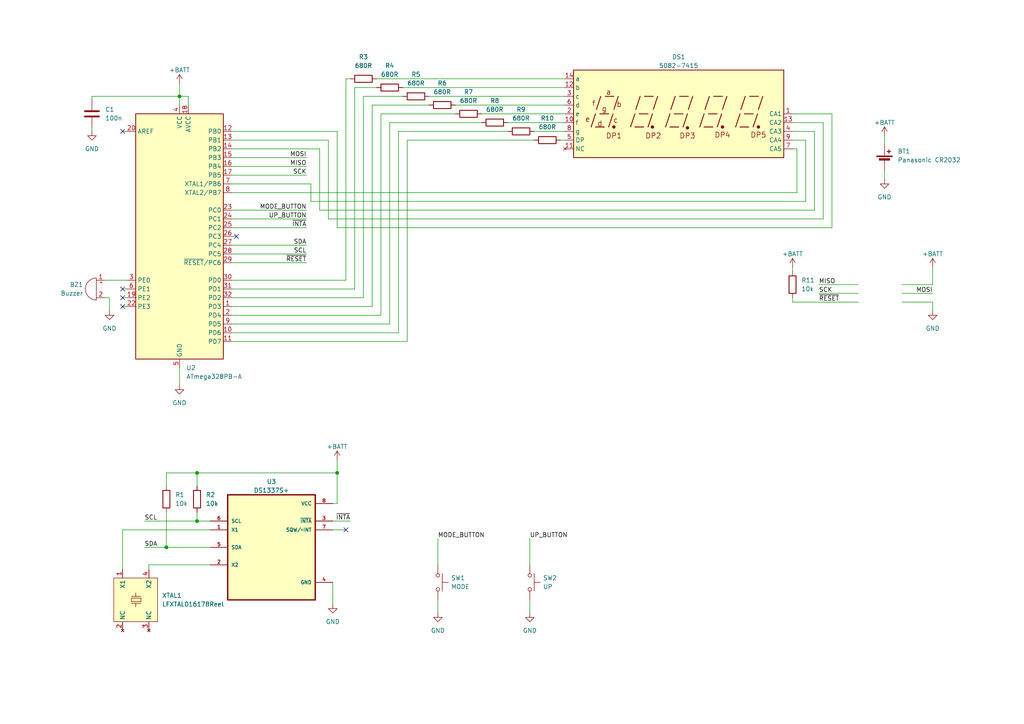
<source format=kicad_sch>
(kicad_sch (version 20230121) (generator eeschema)
  (paper "A4")
  (title_block (title "Retro Bubble LED Watch") (date "2023-07-21") (rev "1.0") (company "Szymon Bartosik") (comment 3 "All capacitors are 10% MLCC X5R  0603 type unless otherwise specified.") (comment 4 "All resistors are 5% 0603 type unless otherwise specified."))
  (lib_symbols
    (symbol "5082-7415:5082-7415"
      (property "Reference" "DS" (at -1.27 16.51 0))
      (property "Value" "5082-7415" (at -1.27 13.97 0))
      (symbol "5082-7415_0_0"
        (rectangle (start -31.75 12.7) (end 29.21 -12.7) (stroke (width 0.254)) (fill (type background)))
        (polyline (pts (xy -26.67 -3.81) (xy -25.4 0)) (stroke (width 0.254)))
        (polyline (pts (xy -25.4 -3.81) (xy -22.86 -3.81)) (stroke (width 0.254)))
        (polyline (pts (xy -25.146 1.27) (xy -23.876 5.08)) (stroke (width 0.254)))
        (polyline (pts (xy -24.13 0) (xy -21.59 0)) (stroke (width 0.254)))
        (polyline (pts (xy -22.606 5.08) (xy -20.066 5.08)) (stroke (width 0.254)))
        (polyline (pts (xy -21.59 -3.81) (xy -20.32 0)) (stroke (width 0.254)))
        (polyline (pts (xy -20.066 1.27) (xy -18.796 5.08)) (stroke (width 0.254)))
        (polyline (pts (xy -15.24 -3.81) (xy -13.97 0)) (stroke (width 0.254)))
        (polyline (pts (xy -13.97 -3.81) (xy -11.43 -3.81)) (stroke (width 0.254)))
        (polyline (pts (xy -13.716 1.27) (xy -12.446 5.08)) (stroke (width 0.254)))
        (polyline (pts (xy -12.7 0) (xy -10.16 0)) (stroke (width 0.254)))
        (polyline (pts (xy -11.176 5.08) (xy -8.636 5.08)) (stroke (width 0.254)))
        (polyline (pts (xy -10.16 -3.81) (xy -8.89 0)) (stroke (width 0.254)))
        (polyline (pts (xy -8.636 1.27) (xy -7.366 5.08)) (stroke (width 0.254)))
        (polyline (pts (xy -5.08 -3.81) (xy -3.81 0)) (stroke (width 0.254)))
        (polyline (pts (xy -3.81 -3.81) (xy -1.27 -3.81)) (stroke (width 0.254)))
        (polyline (pts (xy -3.556 1.27) (xy -2.286 5.08)) (stroke (width 0.254)))
        (polyline (pts (xy -2.54 0) (xy 0 0)) (stroke (width 0.254)))
        (polyline (pts (xy -1.016 5.08) (xy 1.524 5.08)) (stroke (width 0.254)))
        (polyline (pts (xy 0 -3.81) (xy 1.27 0)) (stroke (width 0.254)))
        (polyline (pts (xy 1.524 1.27) (xy 2.794 5.08)) (stroke (width 0.254)))
        (polyline (pts (xy 4.826 -3.81) (xy 6.096 0)) (stroke (width 0.254)))
        (polyline (pts (xy 6.096 -3.81) (xy 8.636 -3.81)) (stroke (width 0.254)))
        (polyline (pts (xy 6.35 1.27) (xy 7.62 5.08)) (stroke (width 0.254)))
        (polyline (pts (xy 7.366 0) (xy 9.906 0)) (stroke (width 0.254)))
        (polyline (pts (xy 8.89 5.08) (xy 11.43 5.08)) (stroke (width 0.254)))
        (polyline (pts (xy 9.906 -3.81) (xy 11.176 0)) (stroke (width 0.254)))
        (polyline (pts (xy 11.43 1.27) (xy 12.7 5.08)) (stroke (width 0.254)))
        (polyline (pts (xy 15.24 -3.81) (xy 16.51 0)) (stroke (width 0.254)))
        (polyline (pts (xy 16.51 -3.81) (xy 19.05 -3.81)) (stroke (width 0.254)))
        (polyline (pts (xy 16.764 1.27) (xy 18.034 5.08)) (stroke (width 0.254)))
        (polyline (pts (xy 17.78 0) (xy 20.32 0)) (stroke (width 0.254)))
        (polyline (pts (xy 19.304 5.08) (xy 21.844 5.08)) (stroke (width 0.254)))
        (polyline (pts (xy 20.32 -3.81) (xy 21.59 0)) (stroke (width 0.254)))
        (polyline (pts (xy 21.844 1.27) (xy 23.114 5.08)) (stroke (width 0.254)))
        (text "a" (at -21.59 6.35 0) (effects (font (size 1.524 1.524))))
        (text "b" (at -18.542 2.794 0) (effects (font (size 1.524 1.524))))
        (text "c" (at -19.558 -1.778 0) (effects (font (size 1.524 1.524))))
        (text "d" (at -24.13 -2.794 0) (effects (font (size 1.524 1.524))))
        (text "DP1" (at -20.066 -6.35 0) (effects (font (size 1.524 1.524))))
        (text "DP2" (at -8.636 -6.35 0) (effects (font (size 1.524 1.524))))
        (text "DP3" (at 1.27 -6.35 0) (effects (font (size 1.524 1.524))))
        (text "DP4" (at 11.43 -6.096 0) (effects (font (size 1.524 1.524))))
        (text "e" (at -27.686 -1.524 0) (effects (font (size 1.524 1.524))))
        (text "f" (at -25.908 3.048 0) (effects (font (size 1.524 1.524))))
        (text "g" (at -22.86 1.524 0) (effects (font (size 1.524 1.524))))
      )
      (symbol "5082-7415_0_1"
        (circle (center -20.066 -3.81) (radius 0.3556) (stroke (width 0.254)) (fill (type outline)))
        (circle (center -8.89 -3.81) (radius 0.3556) (stroke (width 0.254)) (fill (type outline)))
      )
      (symbol "5082-7415_1_0"
        (circle (center 1.27 -4.064) (radius 0.3556) (stroke (width 0.254)) (fill (type outline)))
        (circle (center 11.43 -3.81) (radius 0.3556) (stroke (width 0.254)) (fill (type outline)))
        (circle (center 21.844 -3.81) (radius 0.3556) (stroke (width 0.254)) (fill (type outline)))
        (text "DP5" (at 21.844 -6.096 0) (effects (font (size 1.524 1.524))))
      )
      (symbol "5082-7415_1_1"
        (pin input line (at 31.75 0 180) (length 2.54) (name "CA1") (number "1"))
        (pin input line (at -34.29 -2.54 0) (length 2.54) (name "f") (number "10"))
        (pin no_connect line (at -34.29 -10.16 0) (length 2.54) (name "NC") (number "11"))
        (pin input line (at -34.29 7.62 0) (length 2.54) (name "b") (number "12"))
        (pin input line (at 31.75 -2.54 180) (length 2.54) (name "CA2") (number "13"))
        (pin input line (at -34.29 10.16 0) (length 2.54) (name "a") (number "14"))
        (pin input line (at -34.29 0 0) (length 2.54) (name "e") (number "2"))
        (pin input line (at -34.29 5.08 0) (length 2.54) (name "c") (number "3"))
        (pin input line (at 31.75 -5.08 180) (length 2.54) (name "CA3") (number "4"))
        (pin input line (at -34.29 -7.62 0) (length 2.54) (name "DP") (number "5"))
        (pin input line (at -34.29 2.54 0) (length 2.54) (name "d") (number "6"))
        (pin input line (at 31.75 -10.16 180) (length 2.54) (name "CA5") (number "7"))
        (pin input line (at -34.29 -5.08 0) (length 2.54) (name "g") (number "8"))
        (pin input line (at 31.75 -7.62 180) (length 2.54) (name "CA4") (number "9"))
      )
    )
    (symbol "DS1337S+:DS1337S+" (pin_names (offset 1.016))
      (property "Reference" "U" (at -12.7 16.24 0))
      (property "Value" "DS1337S+" (at -12.7 -19.24 0))
      (symbol "DS1337S+_0_0"
        (rectangle (start -12.7 -15.24) (end 12.7 15.24) (stroke (width 0.41)) (fill (type background)))
        (pin input line (at -17.78 5.08 0) (length 5.08) (name "X1") (number "1"))
        (pin bidirectional line (at -17.78 -5.08 0) (length 5.08) (name "X2") (number "2"))
        (pin output line (at 17.78 7.62 180) (length 5.08) (name "~{INTA}") (number "3"))
        (pin power_in line (at 17.78 -10.16 180) (length 5.08) (name "GND") (number "4"))
        (pin bidirectional line (at -17.78 0 0) (length 5.08) (name "SDA") (number "5"))
        (pin input line (at -17.78 7.62 0) (length 5.08) (name "SCL") (number "6"))
        (pin output line (at 17.78 5.08 180) (length 5.08) (name "SQW/~INT") (number "7"))
        (pin power_in line (at 17.78 12.7 180) (length 5.08) (name "VCC") (number "8"))
      )
    )
    (symbol "Device:Battery_Cell" (pin_numbers hide) (pin_names (offset 0) hide)
      (property "Reference" "BT" (at 2.54 2.54 0))
      (property "Value" "Battery_Cell" (at 2.54 0 0))
      (symbol "Battery_Cell_0_1"
        (rectangle (start -2.286 1.778) (end 2.286 1.524) (fill (type outline)))
        (rectangle (start -1.524 1.016) (end 1.524 0.508) (fill (type outline)))
        (polyline (pts (xy 0 0.762) (xy 0 0)))
        (polyline (pts (xy 0 1.778) (xy 0 2.54)))
        (polyline (pts (xy 0.762 3.048) (xy 1.778 3.048)) (stroke (width 0.254)))
        (polyline (pts (xy 1.27 3.556) (xy 1.27 2.54)) (stroke (width 0.254)))
      )
      (symbol "Battery_Cell_1_1"
        (pin passive line (at 0 5.08 270) (length 2.54) (name "+") (number "1"))
        (pin passive line (at 0 -2.54 90) (length 2.54) (name "-") (number "2"))
      )
    )
    (symbol "Device:Buzzer" (pin_names (offset 0.0254) hide)
      (property "Reference" "BZ" (at 3.81 1.27 0))
      (property "Value" "Buzzer" (at 3.81 -1.27 0))
      (symbol "Buzzer_0_1"
        (arc (start 0 -3.175) (mid 3.1612 0) (end 0 3.175))
        (polyline (pts (xy -1.651 1.905) (xy -1.143 1.905)))
        (polyline (pts (xy -1.397 2.159) (xy -1.397 1.651)))
        (polyline (pts (xy 0 3.175) (xy 0 -3.175)))
      )
      (symbol "Buzzer_1_1"
        (pin passive line (at -2.54 2.54 0) (length 2.54) (name "+") (number "1"))
        (pin passive line (at -2.54 -2.54 0) (length 2.54) (name "-") (number "2"))
      )
    )
    (symbol "Device:C" (pin_numbers hide) (pin_names (offset 0.254))
      (property "Reference" "C" (at 0.635 2.54 0))
      (property "Value" "C" (at 0.635 -2.54 0))
      (symbol "C_0_1"
        (polyline (pts (xy -2.032 -0.762) (xy 2.032 -0.762)) (stroke (width 0.508)))
        (polyline (pts (xy -2.032 0.762) (xy 2.032 0.762)) (stroke (width 0.508)))
      )
      (symbol "C_1_1"
        (pin passive line (at 0 3.81 270) (length 2.794) (name "~") (number "1"))
        (pin passive line (at 0 -3.81 90) (length 2.794) (name "~") (number "2"))
      )
    )
    (symbol "Device:R" (pin_numbers hide) (pin_names (offset 0))
      (property "Reference" "R" (at 2.032 0 90))
      (property "Value" "R" (at 0 0 90))
      (symbol "R_0_1"
        (rectangle (start -1.016 -2.54) (end 1.016 2.54) (stroke (width 0.254)))
      )
      (symbol "R_1_1"
        (pin passive line (at 0 3.81 270) (length 1.27) (name "~") (number "1"))
        (pin passive line (at 0 -3.81 90) (length 1.27) (name "~") (number "2"))
      )
    )
    (symbol "LFXTAL016178Reel:LFXTAL016178Reel"
      (property "Reference" "XTAL" (at 0 9.144 0))
      (property "Value" "LFXTAL016178Reel" (at 0 7.366 0))
      (symbol "LFXTAL016178Reel_1_1"
        (rectangle (start -6.35 6.35) (end 6.35 -6.35) (fill (type background)))
        (polyline (pts (xy -1.016 0) (xy -2.032 0)))
        (polyline (pts (xy -1.016 1.27) (xy -1.016 -1.524)))
        (polyline (pts (xy 1.016 0) (xy 2.032 0)))
        (polyline (pts (xy 1.016 1.27) (xy 1.016 -1.524)))
        (polyline (pts (xy -0.508 1.27) (xy 0.508 1.27) (xy 0.508 -1.524) (xy -0.508 -1.524) (xy -0.508 1.27)))
        (pin input line (at 8.89 3.81 180) (length 2.54) (name "X1") (number "1"))
        (pin no_connect line (at -8.89 3.81 0) (length 2.54) (name "NC") (number "2"))
        (pin no_connect line (at -8.89 -3.81 0) (length 2.54) (name "NC") (number "3"))
        (pin input line (at 8.89 -3.81 180) (length 2.54) (name "X2") (number "4"))
      )
    )
    (symbol "MCU_Microchip_ATmega:ATmega328PB-A"
      (property "Reference" "U" (at -12.7 36.83 0))
      (property "Value" "ATmega328PB-A" (at 2.54 -36.83 0))
      (symbol "ATmega328PB-A_0_1"
        (rectangle (start -12.7 -35.56) (end 12.7 35.56) (stroke (width 0.254)) (fill (type background)))
      )
      (symbol "ATmega328PB-A_1_1"
        (pin bidirectional line (at 15.24 -20.32 180) (length 2.54) (name "PD3") (number "1"))
        (pin bidirectional line (at 15.24 -27.94 180) (length 2.54) (name "PD6") (number "10"))
        (pin bidirectional line (at 15.24 -30.48 180) (length 2.54) (name "PD7") (number "11"))
        (pin bidirectional line (at 15.24 30.48 180) (length 2.54) (name "PB0") (number "12"))
        (pin bidirectional line (at 15.24 27.94 180) (length 2.54) (name "PB1") (number "13"))
        (pin bidirectional line (at 15.24 25.4 180) (length 2.54) (name "PB2") (number "14"))
        (pin bidirectional line (at 15.24 22.86 180) (length 2.54) (name "PB3") (number "15"))
        (pin bidirectional line (at 15.24 20.32 180) (length 2.54) (name "PB4") (number "16"))
        (pin bidirectional line (at 15.24 17.78 180) (length 2.54) (name "PB5") (number "17"))
        (pin power_in line (at 2.54 38.1 270) (length 2.54) (name "AVCC") (number "18"))
        (pin bidirectional line (at -15.24 -17.78 0) (length 2.54) (name "PE2") (number "19"))
        (pin bidirectional line (at 15.24 -22.86 180) (length 2.54) (name "PD4") (number "2"))
        (pin passive line (at -15.24 30.48 0) (length 2.54) (name "AREF") (number "20"))
        (pin passive line (at 0 -38.1 90) (length 2.54) hide (name "GND") (number "21"))
        (pin bidirectional line (at -15.24 -20.32 0) (length 2.54) (name "PE3") (number "22"))
        (pin bidirectional line (at 15.24 7.62 180) (length 2.54) (name "PC0") (number "23"))
        (pin bidirectional line (at 15.24 5.08 180) (length 2.54) (name "PC1") (number "24"))
        (pin bidirectional line (at 15.24 2.54 180) (length 2.54) (name "PC2") (number "25"))
        (pin bidirectional line (at 15.24 0 180) (length 2.54) (name "PC3") (number "26"))
        (pin bidirectional line (at 15.24 -2.54 180) (length 2.54) (name "PC4") (number "27"))
        (pin bidirectional line (at 15.24 -5.08 180) (length 2.54) (name "PC5") (number "28"))
        (pin bidirectional line (at 15.24 -7.62 180) (length 2.54) (name "~{RESET}/PC6") (number "29"))
        (pin bidirectional line (at -15.24 -12.7 0) (length 2.54) (name "PE0") (number "3"))
        (pin bidirectional line (at 15.24 -12.7 180) (length 2.54) (name "PD0") (number "30"))
        (pin bidirectional line (at 15.24 -15.24 180) (length 2.54) (name "PD1") (number "31"))
        (pin bidirectional line (at 15.24 -17.78 180) (length 2.54) (name "PD2") (number "32"))
        (pin power_in line (at 0 38.1 270) (length 2.54) (name "VCC") (number "4"))
        (pin power_in line (at 0 -38.1 90) (length 2.54) (name "GND") (number "5"))
        (pin bidirectional line (at -15.24 -15.24 0) (length 2.54) (name "PE1") (number "6"))
        (pin bidirectional line (at 15.24 15.24 180) (length 2.54) (name "XTAL1/PB6") (number "7"))
        (pin bidirectional line (at 15.24 12.7 180) (length 2.54) (name "XTAL2/PB7") (number "8"))
        (pin bidirectional line (at 15.24 -25.4 180) (length 2.54) (name "PD5") (number "9"))
      )
    )
    (symbol "Switch:SW_Push" (pin_numbers hide) (pin_names (offset 1.016) hide)
      (property "Reference" "SW" (at 1.27 2.54 0))
      (property "Value" "SW_Push" (at 0 -1.524 0))
      (symbol "SW_Push_0_1"
        (circle (center -2.032 0) (radius 0.508))
        (polyline (pts (xy 0 1.27) (xy 0 3.048)))
        (polyline (pts (xy 2.54 1.27) (xy -2.54 1.27)))
        (circle (center 2.032 0) (radius 0.508))
        (pin passive line (at -5.08 0 0) (length 2.54) (name "1") (number "1"))
        (pin passive line (at 5.08 0 180) (length 2.54) (name "2") (number "2"))
      )
    )
    (symbol "power:+BATT" (power) (pin_names (offset 0))
      (property "Value" "+BATT" (at 0 3.556 0))
      (symbol "+BATT_0_1"
        (polyline (pts (xy -0.762 1.27) (xy 0 2.54)))
        (polyline (pts (xy 0 0) (xy 0 2.54)))
        (polyline (pts (xy 0 2.54) (xy 0.762 1.27)))
      )
      (symbol "+BATT_1_1"
        (pin power_in line (at 0 0 90) (length 0) hide (name "+BATT") (number "1"))
      )
    )
    (symbol "power:GND" (power) (pin_names (offset 0))
      (property "Value" "GND" (at 0 -3.81 0))
      (symbol "GND_0_1"
        (polyline (pts (xy 0 0) (xy 0 -1.27) (xy 1.27 -1.27) (xy 0 -2.54) (xy -1.27 -1.27) (xy 0 -1.27)))
      )
      (symbol "GND_1_1"
        (pin power_in line (at 0 0 270) (length 0) hide (name "GND") (number "1"))
      )
    )
  )
  (junction (at 97.79 137.16))
  (junction (at 57.15 151.13))
  (junction (at 48.26 158.75))
  (junction (at 57.15 137.16))
  (junction (at 52.07 27.94))
  (no_connect (at 35.56 86.36))
  (no_connect (at 100.33 153.67))
  (no_connect (at 35.56 38.1))
  (no_connect (at 35.56 88.9))
  (no_connect (at 35.56 83.82))
  (no_connect (at 68.58 68.58))
  (wire (pts (xy 35.56 38.1) (xy 36.83 38.1)))
  (wire (pts (xy 92.71 43.18) (xy 67.31 43.18)))
  (wire (pts (xy 52.07 106.68) (xy 52.07 111.76)))
  (wire (pts (xy 35.56 165.1) (xy 35.56 153.67)))
  (wire (pts (xy 92.71 60.96) (xy 92.71 43.18)))
  (wire (pts (xy 48.26 158.75) (xy 48.26 148.59)))
  (wire (pts (xy 100.33 22.86) (xy 101.6 22.86)))
  (wire (pts (xy 67.31 76.2) (xy 88.9 76.2)))
  (wire (pts (xy 67.31 55.88) (xy 231.14 55.88)))
  (wire (pts (xy 35.56 83.82) (xy 36.83 83.82)))
  (wire (pts (xy 238.76 35.56) (xy 238.76 63.5)))
  (wire (pts (xy 229.87 40.64) (xy 233.68 40.64)))
  (wire (pts (xy 43.18 163.83) (xy 43.18 165.1)))
  (wire (pts (xy 57.15 151.13) (xy 57.15 148.59)))
  (wire (pts (xy 241.3 66.04) (xy 97.79 66.04)))
  (wire (pts (xy 256.54 49.53) (xy 256.54 52.07)))
  (wire (pts (xy 67.31 60.96) (xy 88.9 60.96)))
  (wire (pts (xy 154.94 40.64) (xy 118.11 40.64)))
  (wire (pts (xy 67.31 40.64) (xy 95.25 40.64)))
  (wire (pts (xy 154.94 38.1) (xy 163.83 38.1)))
  (wire (pts (xy 96.52 175.26) (xy 96.52 168.91)))
  (wire (pts (xy 60.96 158.75) (xy 48.26 158.75)))
  (wire (pts (xy 90.17 58.42) (xy 90.17 53.34)))
  (wire (pts (xy 26.67 27.94) (xy 52.07 27.94)))
  (wire (pts (xy 132.08 30.48) (xy 163.83 30.48)))
  (wire (pts (xy 102.87 25.4) (xy 102.87 83.82)))
  (wire (pts (xy 124.46 27.94) (xy 163.83 27.94)))
  (wire (pts (xy 110.49 33.02) (xy 110.49 91.44)))
  (wire (pts (xy 52.07 27.94) (xy 52.07 30.48)))
  (wire (pts (xy 48.26 137.16) (xy 57.15 137.16)))
  (wire (pts (xy 110.49 91.44) (xy 67.31 91.44)))
  (wire (pts (xy 139.7 33.02) (xy 163.83 33.02)))
  (wire (pts (xy 109.22 25.4) (xy 102.87 25.4)))
  (wire (pts (xy 97.79 137.16) (xy 97.79 146.05)))
  (wire (pts (xy 118.11 40.64) (xy 118.11 99.06)))
  (wire (pts (xy 105.41 27.94) (xy 105.41 86.36)))
  (wire (pts (xy 229.87 87.63) (xy 248.92 87.63)))
  (wire (pts (xy 231.14 43.18) (xy 231.14 55.88)))
  (wire (pts (xy 127 173.99) (xy 127 177.8)))
  (wire (pts (xy 67.31 48.26) (xy 88.9 48.26)))
  (wire (pts (xy 261.62 85.09) (xy 270.51 85.09)))
  (wire (pts (xy 95.25 63.5) (xy 238.76 63.5)))
  (wire (pts (xy 67.31 63.5) (xy 88.9 63.5)))
  (wire (pts (xy 229.87 35.56) (xy 238.76 35.56)))
  (wire (pts (xy 60.96 163.83) (xy 43.18 163.83)))
  (wire (pts (xy 229.87 77.47) (xy 229.87 78.74)))
  (wire (pts (xy 97.79 38.1) (xy 97.79 66.04)))
  (wire (pts (xy 96.52 151.13) (xy 101.6 151.13)))
  (wire (pts (xy 35.56 153.67) (xy 60.96 153.67)))
  (wire (pts (xy 229.87 43.18) (xy 231.14 43.18)))
  (wire (pts (xy 90.17 58.42) (xy 233.68 58.42)))
  (wire (pts (xy 107.95 30.48) (xy 124.46 30.48)))
  (wire (pts (xy 41.91 158.75) (xy 48.26 158.75)))
  (wire (pts (xy 229.87 33.02) (xy 241.3 33.02)))
  (wire (pts (xy 35.56 86.36) (xy 36.83 86.36)))
  (wire (pts (xy 107.95 88.9) (xy 107.95 30.48)))
  (wire (pts (xy 67.31 88.9) (xy 107.95 88.9)))
  (wire (pts (xy 97.79 133.35) (xy 97.79 137.16)))
  (wire (pts (xy 116.84 25.4) (xy 163.83 25.4)))
  (wire (pts (xy 100.33 81.28) (xy 100.33 22.86)))
  (wire (pts (xy 90.17 53.34) (xy 67.31 53.34)))
  (wire (pts (xy 54.61 30.48) (xy 54.61 27.94)))
  (wire (pts (xy 162.56 40.64) (xy 163.83 40.64)))
  (wire (pts (xy 67.31 45.72) (xy 88.9 45.72)))
  (wire (pts (xy 233.68 40.64) (xy 233.68 58.42)))
  (wire (pts (xy 139.7 35.56) (xy 113.03 35.56)))
  (wire (pts (xy 60.96 151.13) (xy 57.15 151.13)))
  (wire (pts (xy 67.31 96.52) (xy 115.57 96.52)))
  (wire (pts (xy 41.91 151.13) (xy 57.15 151.13)))
  (wire (pts (xy 237.49 82.55) (xy 248.92 82.55)))
  (wire (pts (xy 52.07 24.13) (xy 52.07 27.94)))
  (wire (pts (xy 48.26 140.97) (xy 48.26 137.16)))
  (wire (pts (xy 147.32 35.56) (xy 163.83 35.56)))
  (wire (pts (xy 256.54 39.37) (xy 256.54 41.91)))
  (wire (pts (xy 115.57 96.52) (xy 115.57 38.1)))
  (wire (pts (xy 67.31 50.8) (xy 88.9 50.8)))
  (wire (pts (xy 116.84 27.94) (xy 105.41 27.94)))
  (wire (pts (xy 113.03 35.56) (xy 113.03 93.98)))
  (wire (pts (xy 153.67 156.21) (xy 153.67 163.83)))
  (wire (pts (xy 229.87 86.36) (xy 229.87 87.63)))
  (wire (pts (xy 109.22 22.86) (xy 163.83 22.86)))
  (wire (pts (xy 270.51 90.17) (xy 270.51 87.63)))
  (wire (pts (xy 236.22 60.96) (xy 92.71 60.96)))
  (wire (pts (xy 270.51 77.47) (xy 270.51 82.55)))
  (wire (pts (xy 115.57 38.1) (xy 147.32 38.1)))
  (wire (pts (xy 68.58 68.58) (xy 67.31 68.58)))
  (wire (pts (xy 153.67 173.99) (xy 153.67 177.8)))
  (wire (pts (xy 67.31 66.04) (xy 88.9 66.04)))
  (wire (pts (xy 35.56 88.9) (xy 36.83 88.9)))
  (wire (pts (xy 67.31 81.28) (xy 100.33 81.28)))
  (wire (pts (xy 100.33 153.67) (xy 96.52 153.67)))
  (wire (pts (xy 270.51 82.55) (xy 261.62 82.55)))
  (wire (pts (xy 67.31 73.66) (xy 88.9 73.66)))
  (wire (pts (xy 132.08 33.02) (xy 110.49 33.02)))
  (wire (pts (xy 270.51 87.63) (xy 261.62 87.63)))
  (wire (pts (xy 236.22 38.1) (xy 236.22 60.96)))
  (wire (pts (xy 118.11 99.06) (xy 67.31 99.06)))
  (wire (pts (xy 52.07 27.94) (xy 54.61 27.94)))
  (wire (pts (xy 67.31 38.1) (xy 97.79 38.1)))
  (wire (pts (xy 67.31 71.12) (xy 88.9 71.12)))
  (wire (pts (xy 113.03 93.98) (xy 67.31 93.98)))
  (wire (pts (xy 241.3 33.02) (xy 241.3 66.04)))
  (wire (pts (xy 96.52 146.05) (xy 97.79 146.05)))
  (wire (pts (xy 26.67 29.21) (xy 26.67 27.94)))
  (wire (pts (xy 102.87 83.82) (xy 67.31 83.82)))
  (wire (pts (xy 57.15 137.16) (xy 57.15 140.97)))
  (wire (pts (xy 105.41 86.36) (xy 67.31 86.36)))
  (wire (pts (xy 31.75 86.36) (xy 30.48 86.36)))
  (wire (pts (xy 127 156.21) (xy 127 163.83)))
  (wire (pts (xy 31.75 86.36) (xy 31.75 90.17)))
  (wire (pts (xy 26.67 36.83) (xy 26.67 38.1)))
  (wire (pts (xy 57.15 137.16) (xy 97.79 137.16)))
  (wire (pts (xy 229.87 38.1) (xy 236.22 38.1)))
  (wire (pts (xy 95.25 40.64) (xy 95.25 63.5)))
  (wire (pts (xy 237.49 85.09) (xy 248.92 85.09)))
  (wire (pts (xy 30.48 81.28) (xy 36.83 81.28)))
  (label "SDA" (at 88.9 71.12 180))
  (label "SCL" (at 41.91 151.13 0))
  (label "SCK" (at 237.49 85.09 0))
  (label "SCK" (at 88.9 50.8 180))
  (label "~{INTA}" (at 101.6 151.13 180))
  (label "MISO" (at 237.49 82.55 0))
  (label "MOSI" (at 270.51 85.09 180))
  (label "~{RESET}" (at 237.49 87.63 0))
  (label "UP_BUTTON" (at 88.9 63.5 180))
  (label "MODE_BUTTON" (at 127 156.21 0))
  (label "~{INTA}" (at 88.9 66.04 180))
  (label "MOSI" (at 88.9 45.72 180))
  (label "MODE_BUTTON" (at 88.9 60.96 180))
  (label "UP_BUTTON" (at 153.67 156.21 0))
  (label "MISO" (at 88.9 48.26 180))
  (label "SCL" (at 88.9 73.66 180))
  (label "~{RESET}" (at 88.9 76.2 180))
  (label "SDA" (at 41.91 158.75 0))
  (symbol (lib_id "power:GND") (at 256.54 52.07 0) (unit 1)
    (property "Reference" "#PWR013" (effects hide))
    (property "Value" "GND" (at 256.54 57.15 0))
  )
  (symbol (lib_id "Device:R") (at 143.51 35.56 90) (unit 1)
    (property "Reference" "R8" (at 143.51 29.21 90))
    (property "Value" "680R" (at 143.51 31.75 90))
    (property "Footprint" "Resistor_SMD:R_0603_1608Metric" (effects hide))
  )
  (symbol (lib_id "power:+BATT") (at 52.07 24.13 0) (unit 1)
    (property "Reference" "#PWR01" (effects hide))
    (property "Value" "+BATT" (at 52.07 20.32 0))
  )
  (symbol (lib_id "power:GND") (at 31.75 90.17 0) (unit 1)
    (property "Reference" "#PWR07" (effects hide))
    (property "Value" "GND" (at 31.75 95.25 0))
  )
  (symbol (lib_id "power:GND") (at 26.67 38.1 0) (unit 1)
    (property "Reference" "#PWR09" (effects hide))
    (property "Value" "GND" (at 26.67 43.18 0))
  )
  (symbol (lib_id "Device:R") (at 128.27 30.48 90) (unit 1)
    (property "Reference" "R6" (at 128.27 24.13 90))
    (property "Value" "680R" (at 128.27 26.67 90))
    (property "Footprint" "Resistor_SMD:R_0603_1608Metric" (effects hide))
  )
  (symbol (lib_id "power:+BATT") (at 97.79 133.35 0) (unit 1)
    (property "Reference" "#PWR04" (effects hide))
    (property "Value" "+BATT" (at 97.79 129.54 0))
  )
  (symbol (lib_id "MCU_Microchip_ATmega:ATmega328PB-A") (at 52.07 68.58 0) (unit 1)
    (property "Reference" "U2" (at 54.0259 106.68 0) (effects (justify left)))
    (property "Value" "ATmega328PB-A" (at 54.0259 109.22 0) (effects (justify left)))
    (property "Footprint" "Package_QFP:TQFP-32_7x7mm_P0.8mm" (effects hide))
    (property "Datasheet" "http://ww1.microchip.com/downloads/en/DeviceDoc/40001906C.pdf" (effects hide))
  )
  (symbol (lib_id "Device:R") (at 120.65 27.94 90) (unit 1)
    (property "Reference" "R5" (at 120.65 21.59 90))
    (property "Value" "680R" (at 120.65 24.13 90))
    (property "Footprint" "Resistor_SMD:R_0603_1608Metric" (effects hide))
  )
  (symbol (lib_id "power:+BATT") (at 270.51 77.47 0) (unit 1)
    (property "Reference" "#PWR010" (effects hide))
    (property "Value" "+BATT" (at 270.51 73.66 0))
  )
  (symbol (lib_id "power:+BATT") (at 229.87 77.47 0) (unit 1)
    (property "Reference" "#PWR011" (effects hide))
    (property "Value" "+BATT" (at 229.87 73.66 0))
  )
  (symbol (lib_id "Device:Battery_Cell") (at 256.54 46.99 0) (unit 1)
    (property "Reference" "BT1" (at 260.35 43.8785 0) (effects (justify left)))
    (property "Value" "Panasonic CR2032" (at 260.35 46.4185 0) (effects (justify left)))
    (property "Footprint" "Battery:BatteryHolder_Keystone_1058_1x2032" (effects hide))
  )
  (symbol (lib_id "Switch:SW_Push") (at 127 168.91 270) (unit 1)
    (property "Reference" "SW1" (at 130.81 167.64 90) (effects (justify left)))
    (property "Value" "MODE" (at 130.81 170.18 90) (effects (justify left)))
    (property "Footprint" "Button_Switch_SMD:SW_SPST_CK_KMS2xxG" (effects hide))
  )
  (symbol (lib_id "5082-7415:5082-7415") (at 198.12 33.02 0) (unit 1)
    (property "Reference" "DS1" (at 196.85 16.51 0))
    (property "Value" "5082-7415" (at 196.85 19.05 0))
    (property "Footprint" "Package_DIP:DIP-14_W8.89mm_SMDSocket_LongPads" (effects hide))
  )
  (symbol (lib_id "Switch:SW_Push") (at 153.67 168.91 270) (unit 1)
    (property "Reference" "SW2" (at 157.48 167.64 90) (effects (justify left)))
    (property "Value" "UP" (at 157.48 170.18 90) (effects (justify left)))
    (property "Footprint" "Button_Switch_SMD:SW_SPST_CK_KMS2xxG" (effects hide))
  )
  (symbol (lib_id "Device:R") (at 135.89 33.02 90) (unit 1)
    (property "Reference" "R7" (at 135.89 26.67 90))
    (property "Value" "680R" (at 135.89 29.21 90))
    (property "Footprint" "Resistor_SMD:R_0603_1608Metric" (effects hide))
  )
  (symbol (lib_id "Device:C") (at 26.67 33.02 0) (unit 1)
    (property "Reference" "C1" (at 30.48 31.75 0) (effects (justify left)))
    (property "Value" "100n" (at 30.48 34.29 0) (effects (justify left)))
    (property "Footprint" "Capacitor_SMD:C_0603_1608Metric" (effects hide))
  )
  (symbol (lib_id "DS1337S+:DS1337S+") (at 78.74 158.75 0) (unit 1)
    (property "Reference" "U3" (at 78.74 139.7 0))
    (property "Value" "DS1337S+" (at 78.74 142.24 0))
    (property "Footprint" "footprints:SOIC127P600X175-8N" (effects hide))
  )
  (symbol (lib_id "power:GND") (at 96.52 175.26 0) (unit 1)
    (property "Reference" "#PWR03" (effects hide))
    (property "Value" "GND" (at 96.52 180.34 0))
  )
  (symbol (lib_id "Device:R") (at 229.87 82.55 0) (unit 1)
    (property "Reference" "R11" (at 232.41 81.28 0) (effects (justify left)))
    (property "Value" "10k" (at 232.41 83.82 0) (effects (justify left)))
    (property "Footprint" "Resistor_SMD:R_0603_1608Metric" (effects hide))
  )
  (symbol (lib_id "Device:R") (at 105.41 22.86 90) (unit 1)
    (property "Reference" "R3" (at 105.41 16.51 90))
    (property "Value" "680R" (at 105.41 19.05 90))
    (property "Footprint" "Resistor_SMD:R_0603_1608Metric" (effects hide))
  )
  (symbol (lib_id "Device:Buzzer") (at 27.94 83.82 0) (mirror y) (unit 1)
    (property "Reference" "BZ1" (at 24.13 82.55 0) (effects (justify left)))
    (property "Value" "Buzzer" (at 24.13 85.09 0) (effects (justify left)))
  )
  (symbol (lib_id "power:GND") (at 153.67 177.8 0) (unit 1)
    (property "Reference" "#PWR06" (effects hide))
    (property "Value" "GND" (at 153.67 182.88 0))
  )
  (symbol (lib_id "Device:R") (at 158.75 40.64 90) (unit 1)
    (property "Reference" "R10" (at 158.75 34.29 90))
    (property "Value" "680R" (at 158.75 36.83 90))
    (property "Footprint" "Resistor_SMD:R_0603_1608Metric" (effects hide))
  )
  (symbol (lib_id "power:GND") (at 52.07 111.76 0) (unit 1)
    (property "Reference" "#PWR02" (effects hide))
    (property "Value" "GND" (at 52.07 116.84 0))
  )
  (symbol (lib_id "power:GND") (at 270.51 90.17 0) (unit 1)
    (property "Reference" "#PWR016" (effects hide))
    (property "Value" "GND" (at 270.51 95.25 0))
  )
  (symbol (lib_id "Device:R") (at 151.13 38.1 90) (unit 1)
    (property "Reference" "R9" (at 151.13 31.75 90))
    (property "Value" "680R" (at 151.13 34.29 90))
    (property "Footprint" "Resistor_SMD:R_0603_1608Metric" (effects hide))
  )
  (symbol (lib_id "Device:R") (at 113.03 25.4 90) (unit 1)
    (property "Reference" "R4" (at 113.03 19.05 90))
    (property "Value" "680R" (at 113.03 21.59 90))
    (property "Footprint" "Resistor_SMD:R_0603_1608Metric" (effects hide))
  )
  (symbol (lib_id "LFXTAL016178Reel:LFXTAL016178Reel") (at 39.37 173.99 90) (unit 1)
    (property "Reference" "XTAL1" (at 46.99 172.72 90) (effects (justify right)))
    (property "Value" "LFXTAL016178Reel" (at 46.99 175.26 90) (effects (justify right)))
    (property "Footprint" "Crystal:Crystal_SMD_SeikoEpson_MC306-4Pin_8.0x3.2mm_HandSoldering" (effects hide))
  )
  (symbol (lib_id "power:GND") (at 127 177.8 0) (unit 1)
    (property "Reference" "#PWR05" (effects hide))
    (property "Value" "GND" (at 127 182.88 0))
  )
  (symbol (lib_id "power:+BATT") (at 256.54 39.37 0) (unit 1)
    (property "Reference" "#PWR08" (effects hide))
    (property "Value" "+BATT" (at 256.54 35.56 0))
  )
  (symbol (lib_id "Device:R") (at 57.15 144.78 0) (unit 1)
    (property "Reference" "R2" (at 59.69 143.51 0) (effects (justify left)))
    (property "Value" "10k" (at 59.69 146.05 0) (effects (justify left)))
    (property "Footprint" "Resistor_SMD:R_0603_1608Metric" (effects hide))
  )
  (symbol (lib_id "Device:R") (at 48.26 144.78 0) (unit 1)
    (property "Reference" "R1" (at 50.8 143.51 0) (effects (justify left)))
    (property "Value" "10k" (at 50.8 146.05 0) (effects (justify left)))
    (property "Footprint" "Resistor_SMD:R_0603_1608Metric" (effects hide))
  )
)
</source>
